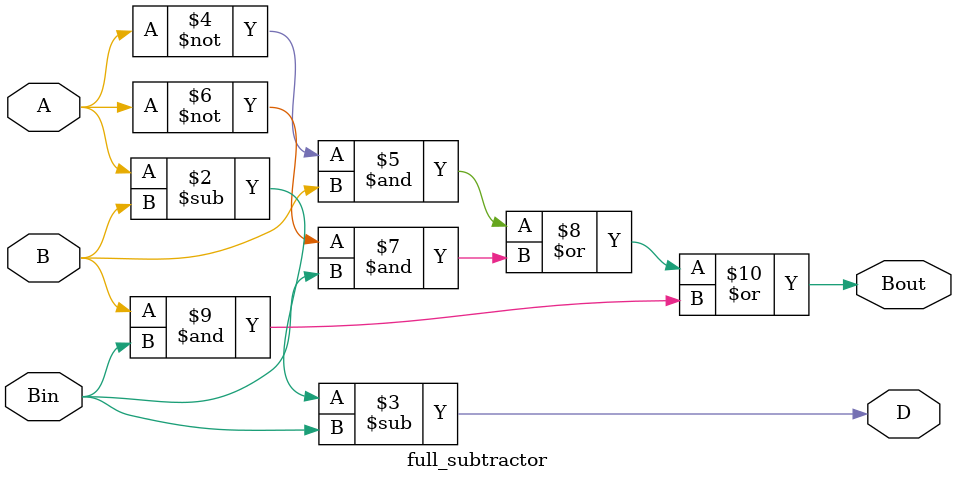
<source format=v>
module full_subtractor (
    input A,B,Bin,
    output reg D,Bout);

  always @(A,B,Bin) begin
      D = A - B - Bin;
      Bout = (~A & B) | (~A & Bin) | (B & Bin);
    end
endmodule


</source>
